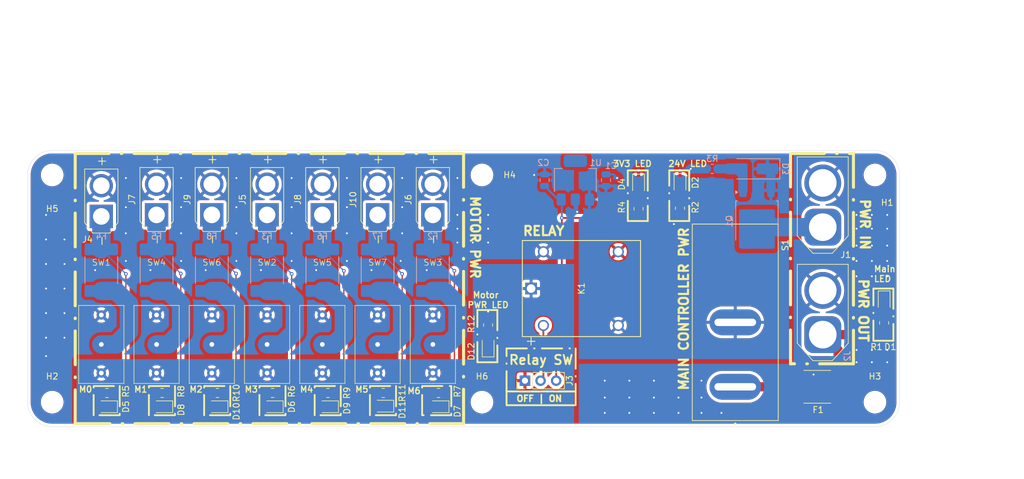
<source format=kicad_pcb>
(kicad_pcb (version 20240108) (generator "pcbnew") (generator_version "8.0")
  (layers (0 "F.Cu" signal) (31 "B.Cu" signal) (34 "B.Paste" user) (35 "F.Paste" user) (36 "B.SilkS" user "B.Silkscreen") (37 "F.SilkS" user "F.Silkscreen") (38 "B.Mask" user) (39 "F.Mask" user) (44 "Edge.Cuts" user))
  (net 0 "")
  (net 1 "Net-(D1-A)")
  (net 2 "GND")
  (net 3 "Net-(D2-A)")
  (net 4 "Net-(D3-A)")
  (net 5 "Net-(D4-A)")
  (net 6 "Net-(D5-A)")
  (net 7 "+24V")
  (net 8 "/24V_MB")
  (net 9 "+3V3")
  (net 10 "Net-(D6-A)")
  (net 11 "Net-(D7-A)")
  (net 12 "Net-(D8-A)")
  (net 13 "Net-(D9-A)")
  (net 14 "Net-(D10-A)")
  (net 15 "Net-(D11-A)")
  (net 16 "Net-(D12-A)")
  (net 17 "Net-(F1-Pad1)")
  (net 18 "Net-(SW3-B)")
  (net 19 "/24V_M6")
  (net 20 "/24V_M3")
  (net 21 "Net-(SW2-B)")
  (net 22 "/24V_M0")
  (net 23 "Net-(SW1-B)")
  (net 24 "/24V_M1")
  (net 25 "Net-(SW4-B)")
  (net 26 "Net-(SW5-B)")
  (net 27 "/24V_M4")
  (net 28 "Net-(SW7-B)")
  (net 29 "/24V_M5")
  (net 30 "Net-(SW6-B)")
  (net 31 "/24V_M2")
  (net 32 "Net-(J1-Pin_1)")
  (net 33 "/Relay_in")
  (net 34 "+24V_M")
  (footprint "MountingHole:MountingHole_3.2mm_M3" (layer "F.Cu") (at 102 41.5)
    (property "Reference" "H4")
    (property "Value" "MountingHole")
  )
  (footprint "LED_SMD:LED_0805_2012Metric" (layer "F.Cu") (at 134.25 42.9375 -90)
    (property "Reference" "D2")
    (property "Value" "LED")
  )
  (footprint "Connector_AMASS:AMASS_XT30U-M_1x02_P5.0mm_Vertical" (layer "F.Cu") (at 49 48 90)
    (property "Reference" "J7")
    (property "Value" "Motor")
  )
  (footprint "Connector_AMASS:AMASS_XT60-M_1x02_P7.20mm_Vertical" (layer "F.Cu") (at 157.5 67.5 90)
    (property "Reference" "J2")
    (property "Value" "PWR MB")
  )
  (footprint "SW_RB141C1100:SW_RB141C1100" (layer "F.Cu") (at 143.25 65.5 -90)
    (property "Reference" "S1")
    (property "Value" "RB141C1100")
  )
  (footprint "MountingHole:MountingHole_3.2mm_M3" (layer "F.Cu") (at 166 41.5)
    (property "Reference" "H1")
    (property "Value" "MountingHole")
  )
  (footprint "LED_SMD:LED_0805_2012Metric" (layer "F.Cu") (at 58.9375 79.25 180)
    (property "Reference" "D10")
    (property "Value" "LED")
  )
  (footprint "Resistor_SMD:R_0805_2012Metric" (layer "F.Cu") (at 67.9125 77 180)
    (property "Reference" "R6")
    (property "Value" "2.5K")
  )
  (footprint "switches:ANT11SECQE" (layer "F.Cu") (at 85 62.75)
    (property "Reference" "SW7")
    (property "Value" "SW_SPDT")
  )
  (footprint "Connector_AMASS:AMASS_XT60-M_1x02_P7.20mm_Vertical" (layer "F.Cu") (at 157.5 50 90)
    (property "Reference" "J1")
    (property "Value" "PWR IN")
  )
  (footprint "Connector_AMASS:AMASS_XT30U-M_1x02_P5.0mm_Vertical" (layer "F.Cu") (at 58 48 90)
    (property "Reference" "J9")
    (property "Value" "Motor")
  )
  (footprint "switches:ANT11SECQE" (layer "F.Cu") (at 94 62.75)
    (property "Reference" "SW3")
    (property "Value" "SW_SPDT")
  )
  (footprint "LED_SMD:LED_0805_2012Metric" (layer "F.Cu") (at 94.9375 79.25 180)
    (property "Reference" "D7")
    (property "Value" "LED")
  )
  (footprint "LED_SMD:LED_0805_2012Metric" (layer "F.Cu") (at 40.9375 79.25 180)
    (property "Reference" "D5")
    (property "Value" "LED")
  )
  (footprint "LED_SMD:LED_0805_2012Metric" (layer "F.Cu") (at 67.9375 79.25 180)
    (property "Reference" "D6")
    (property "Value" "LED")
  )
  (footprint "MountingHole:MountingHole_3.2mm_M3" (layer "F.Cu") (at 166 78.5)
    (property "Reference" "H3")
    (property "Value" "MountingHole")
  )
  (footprint "MountingHole:MountingHole_3.2mm_M3" (layer "F.Cu") (at 32 41.5)
    (property "Reference" "H5")
    (property "Value" "MountingHole")
  )
  (footprint "LED_SMD:LED_0805_2012Metric" (layer "F.Cu") (at 127.5 43.0625 -90)
    (property "Reference" "D4")
    (property "Value" "LED")
  )
  (footprint "LED_SMD:LED_0805_2012Metric" (layer "F.Cu") (at 76.9375 79.25 180)
    (property "Reference" "D9")
    (property "Value" "LED")
  )
  (footprint "switches:ANT11SECQE" (layer "F.Cu") (at 58 62.75)
    (property "Reference" "SW6")
    (property "Value" "SW_SPDT")
  )
  (footprint "MountingHole:MountingHole_3.2mm_M3" (layer "F.Cu") (at 32 78.5)
    (property "Reference" "H2")
    (property "Value" "MountingHole")
  )
  (footprint "MountingHole:MountingHole_3.2mm_M3" (layer "F.Cu") (at 102 78.5)
    (property "Reference" "H6")
    (property "Value" "MountingHole")
  )
  (footprint "Connector_AMASS:AMASS_XT30U-M_1x02_P5.0mm_Vertical" (layer "F.Cu") (at 76 48 90)
    (property "Reference" "J8")
    (property "Value" "Motor")
  )
  (footprint "switches:ANT11SECQE" (layer "F.Cu") (at 49 62.75)
    (property "Reference" "SW4")
    (property "Value" "SW_SPDT")
  )
  (footprint "Connector_AMASS:AMASS_XT30U-M_1x02_P5.0mm_Vertical" (layer "F.Cu") (at 67 48 90)
    (property "Reference" "J5")
    (property "Value" "Motor")
  )
  (footprint "Fuse:Fuse_2920_7451Metric" (layer "F.Cu") (at 156.6125 76)
    (property "Reference" "F1")
    (property "Value" "Fuse")
  )
  (footprint "Resistor_SMD:R_0805_2012Metric" (layer "F.Cu") (at 40.9125 77 180)
    (property "Reference" "R5")
    (property "Value" "2.5K")
  )
  (footprint "Resistor_SMD:R_0805_2012Metric" (layer "F.Cu") (at 167.5 65.5875 90)
    (property "Reference" "R1")
    (property "Value" "2.5K")
  )
  (footprint "Resistor_SMD:R_0805_2012Metric" (layer "F.Cu") (at 103 65.9375 -90)
    (property "Reference" "R12")
    (property "Value" "2.5k")
  )
  (footprint "J1071AS3VDC:RELAY5_J1071A_CRS" (layer "F.Cu") (at 110.000004 60.000001 90)
    (property "Reference" "K1")
    (property "Value" "J1071AS3VDC.36")
  )
  (footprint "Resistor_SMD:R_0805_2012Metric" (layer "F.Cu") (at 49.9125 77 180)
    (property "Reference" "R8")
    (property "Value" "2.5K")
  )
  (footprint "switches:ANT11SECQE" (layer "F.Cu") (at 67 62.75)
    (property "Reference" "SW2")
    (property "Value" "SW_SPDT")
  )
  (footprint "Connector_AMASS:AMASS_XT30U-M_1x02_P5.0mm_Vertical" (layer "F.Cu") (at 94 48 90)
    (property "Reference" "J6")
    (property "Value" "Motor")
  )
  (footprint "Resistor_SMD:R_0805_2012Metric" (layer "F.Cu") (at 127.5 47 90)
    (property "Reference" "R4")
    (property "Value" "300R")
  )
  (footprint "LED_SMD:LED_0805_2012Metric" (layer "F.Cu") (at 167.5 62.0625 -90)
    (property "Reference" "D1")
    (property "Value" "LED")
  )
  (footprint "Resistor_SMD:R_0805_2012Metric" (layer "F.Cu") (at 76.9125 77 180)
    (property "Reference" "R9")
    (property "Value" "2.5K")
  )
  (footprint "Connector_AMASS:AMASS_XT30U-M_1x02_P5.0mm_Vertical" (layer "F.Cu") (at 40 48.25 90)
    (property "Reference" "J4")
    (property "Value" "Motor")
  )
  (footprint "Resistor_SMD:R_0805_2012Metric" (layer "F.Cu") (at 94.9125 77 180)
    (property "Reference" "R7")
    (property "Value" "2.5K")
  )
  (footprint "LED_SMD:LED_0805_2012Metric" (layer "F.Cu") (at 85.9375 79.15 180)
    (property "Reference" "D11")
    (property "Value" "LED")
  )
  (footprint "switches:ANT11SECQE" (layer "F.Cu") (at 76 62.75)
    (property "Reference" "SW5")
    (property "Value" "SW_SPDT")
  )
  (footprint "Connector_AMASS:AMASS_XT30U-M_1x02_P5.0mm_Vertical" (layer "F.Cu") (at 85 48 90)
    (property "Reference" "J10")
    (property "Value" "Motor")
  )
  (footprint "switches:ANT11SECQE" (layer "F.Cu") (at 40 62.75)
    (property "Reference" "SW1")
    (property "Value" "SW_SPDT")
  )
  (footprint "Resistor_SMD:R_0805_2012Metric" (layer "F.Cu") (at 134.25 46.9125 90)
    (property "Reference" "R2")
    (property "Value" "2.5K")
  )
  (footprint "LED_SMD:LED_0805_2012Metric" (layer "F.Cu") (at 103 69.4375 90)
    (property "Reference" "D12")
    (property "Value" "LED")
  )
  (footprint "Connector_PinHeader_2.54mm:PinHeader_1x03_P2.54mm_Vertical" (layer "F.Cu") (at 109 75 90)
    (property "Reference" "J3")
    (property "Value" "Conn_01x03")
  )
  (footprint "LED_SMD:LED_0805_2012Metric" (layer "F.Cu") (at 49.9375 79.25 180)
    (property "Reference" "D8")
    (property "Value" "LED")
  )
  (footprint "Resistor_SMD:R_0805_2012Metric" (layer "F.Cu") (at 58.9125 77 180)
    (property "Reference" "R10")
    (property "Value" "2.5K")
  )
  (footprint "Resistor_SMD:R_0805_2012Metric" (layer "F.Cu") (at 85.9125 77 180)
    (property "Reference" "R11")
    (property "Value" "2.5K")
  )
  (footprint "Fuse:Fuse_2920_7451Metric" (layer "B.Cu") (at 67 57 90)
    (property "Reference" "F3")
    (property "Value" "Fuse")
  )
  (footprint "Capacitor_SMD:C_0805_2012Metric" (layer "B.Cu") (at 112.2 42.35 90)
    (property "Reference" "C2")
    (property "Value" "10uF")
  )
  (footprint "Fuse:Fuse_2920_7451Metric" (layer "B.Cu") (at 94 57 90)
    (property "Reference" "F2")
    (property "Value" "Fuse")
  )
  (footprint "Fuse:Fuse_2920_7451Metric" (layer "B.Cu") (at 40 57 90)
    (property "Reference" "F4")
    (property "Value" "Fuse")
  )
  (footprint "Fuse:Fuse_2920_7451Metric" (layer "B.Cu") (at 49 57 90)
    (property "Reference" "F5")
    (property "Value" "Fuse")
  )
  (footprint "Package_TO_SOT_SMD:SOT-223" (layer "B.Cu") (at 117.2 42.35 90)
    (property "Reference" "U1")
    (property "Value" "uA78M33")
  )
  (footprint "Fuse:Fuse_2920_7451Metric" (layer "B.Cu") (at 58 57 90)
    (property "Reference" "F8")
    (property "Value" "Fuse")
  )
  (footprint "Resistor_SMD:R_0805_2012Metric" (layer "B.Cu") (at 139.5 40.5 180)
    (property "Reference" "R3")
    (property "Value" "100K")
  )
  (footprint "Diode_SMD:D_SMA_Handsoldering" (layer "B.Cu") (at 146 40.5 180)
    (property "Reference" "D3")
    (property "Value" "D")
  )
  (footprint "Package_TO_SOT_SMD:TO-252-2" (layer "B.Cu") (at 146.78 49.04 -90)
    (property "Reference" "Q1")
    (property "Value" "SUD08P06-155L")
  )
  (footprint "Fuse:Fuse_2920_7451Metric" (layer "B.Cu") (at 76 57 90)
    (property "Reference" "F6")
    (property "Value" "Fuse")
  )
  (footprint "Capacitor_SMD:C_0805_2012Metric" (layer "B.Cu") (at 122.2 42.35 90)
    (property "Reference" "C1")
    (property "Value" "10uF")
  )
  (footprint "Fuse:Fuse_2920_7451Metric" (layer "B.Cu") (at 85 57 90)
    (property "Reference" "F7")
    (property "Value" "Fuse")
  )
  (gr_rect (start 101.25 63.5) (end 104.5 72) (stroke (width 0.3) (type dash_dot)) (fill none) (layer "F.SilkS"))
  (gr_rect (start 56.75 75.875) (end 61 80.625) (stroke (width 0.3) (type dash_dot)) (fill none) (layer "F.SilkS"))
  (gr_rect (start 125.75 40.75) (end 129 49) (stroke (width 0.3) (type dash_dot)) (fill none) (layer "F.SilkS"))
  (gr_rect (start 132.5 40.75) (end 135.75 49) (stroke (width 0.3) (type dash_dot)) (fill none) (layer "F.SilkS"))
  (gr_rect (start 152.25 38) (end 162.5 72.25) (stroke (width 0.5) (type dash_dot)) (fill none) (layer "F.SilkS"))
  (gr_rect (start 106 69.75) (end 117.25 76.75) (stroke (width 0.3) (type dash_dot)) (fill none) (layer "F.SilkS"))
  (gr_rect (start 35.75 38) (end 99 82) (stroke (width 0.5) (type dash_dot)) (fill none) (layer "F.SilkS"))
  (gr_rect (start 47.75 75.875) (end 52 80.625) (stroke (width 0.3) (type dash_dot)) (fill none) (layer "F.SilkS"))
  (gr_rect (start 65.75 75.875) (end 70 80.625) (stroke (width 0.3) (type dash_dot)) (fill none) (layer "F.SilkS"))
  (gr_rect (start 74.75 75.875) (end 79 80.625) (stroke (width 0.3) (type dash_dot)) (fill none) (layer "F.SilkS"))
  (gr_rect (start 83.75 75.875) (end 88 80.625) (stroke (width 0.3) (type dash_dot)) (fill none) (layer "F.SilkS"))
  (gr_rect (start 106 76.75) (end 117.25 79) (stroke (width 0.3)) (fill none) (layer "F.SilkS"))
  (gr_rect (start 38.75 75.875) (end 43 80.625) (stroke (width 0.3) (type dash_dot)) (fill none) (layer "F.SilkS"))
  (gr_rect (start 165.75 60) (end 169 68.5) (stroke (width 0.3) (type dash_dot)) (fill none) (layer "F.SilkS"))
  (gr_rect (start 92.25 75.875) (end 97 80.625) (stroke (width 0.3) (type dash_dot)) (fill none) (layer "F.SilkS"))
  (gr_arc (start 32 82.5) (mid 29.171573 81.328427) (end 28 78.5) (stroke (width 0.05)) (layer "Edge.Cuts"))
  (gr_arc (start 166 37.5) (mid 168.828427 38.671573) (end 170 41.5) (stroke (width 0.05)) (layer "Edge.Cuts"))
  (gr_line (start 28 41.5) (end 28 78.5) (stroke (width 0.05)) (layer "Edge.Cuts"))
  (gr_line (start 170 78.5) (end 170 41.5) (stroke (width 0.05)) (layer "Edge.Cuts"))
  (gr_arc (start 170 78.5) (mid 168.828427 81.328427) (end 166 82.5) (stroke (width 0.05)) (layer "Edge.Cuts"))
  (gr_line (start 166 37.5) (end 32 37.5) (stroke (width 0.05)) (layer "Edge.Cuts"))
  (gr_arc (start 28 41.5) (mid 29.171573 38.671573) (end 32 37.5) (stroke (width 0.05)) (layer "Edge.Cuts"))
  (gr_line (start 32 82.5) (end 166 82.5) (stroke (width 0.05)) (layer "Edge.Cuts"))
  (gr_text "M5" (at 81.25 77 0) (layer "F.SilkS") (effects (font (size 1 1) (thickness 0.2) (bold yes)) (justify left bottom)))
  (gr_text "M3" (at 63.25 77 0) (layer "F.SilkS") (effects (font (size 1 1) (thickness 0.2) (bold yes)) (justify left bottom)))
  (gr_text "MOTOR PWR" (at 100 44.75 270) (layer "F.SilkS") (effects (font (size 1.5 1.5) (thickness 0.35) (bold yes)) (justify left bottom)))
  (gr_text "24V LED" (at 132.25 40.25 0) (layer "F.SilkS") (effects (font (size 1 1) (thickness 0.2) (bold yes)) (justify left bottom)))
  (gr_text "Main \nLED" (at 165.75 59 0) (layer "F.SilkS") (effects (font (size 1 1) (thickness 0.2) (bold yes)) (justify left bottom)))
  (gr_text "M1" (at 45.25 77 0) (layer "F.SilkS") (effects (font (size 1 1) (thickness 0.2) (bold yes)) (justify left bottom)))
  (gr_text "3V3 LED" (at 123.25 40.25 0) (layer "F.SilkS") (effects (font (size 1 1) (thickness 0.2) (bold yes)) (justify left bottom)))
  (gr_text "OFF | ON" (at 107.5 78.5 0) (layer "F.SilkS") (effects (font (size 1 1) (thickness 0.25) (bold yes)) (justify left bottom)))
  (gr_text "MAIN CONTROLLER PWR" (at 135.75 76.75 90) (layer "F.SilkS") (effects (font (size 1.5 1.5) (thickness 0.35) (bold yes)) (justify left bottom)))
  (gr_text "M6" (at 89.75 77.25 0) (layer "F.SilkS") (effects (font (size 1 1) (thickness 0.2) (bold yes)) (justify left bottom)))
  (gr_text "M4" (at 72.25 77 0) (layer "F.SilkS") (effects (font (size 1 1) (thickness 0.2) (bold yes)) (justify left bottom)))
  (gr_text "PWR IN\n" (at 163.5 45.25 -90) (layer "F.SilkS") (effects (font (size 1.5 1.5) (thickness 0.375) (bold yes)) (justify left bottom)))
  (gr_text "Motor \nPWR LED" (at 103 63.25 0) (layer "F.SilkS") (effects (font (size 1 1) (thickness 0.2) (bold yes)) (justify bottom)))
  (gr_text "RELAY" (at 108.5 51.5 0) (layer "F.SilkS") (effects (font (size 1.5 1.5) (thickness 0.35) (bold yes)) (justify left bottom)))
  (gr_text "M0" (at 36.25 77 0) (layer "F.SilkS") (effects (font (size 1 1) (thickness 0.2) (bold yes)) (justify left bottom)))
  (gr_text "PWR OUT\n" (at 163.25 58.25 270) (layer "F.SilkS") (effects (font (size 1.5 1.5) (thickness 0.375) (bold yes)) (justify left bottom)))
  (gr_text "Relay SW" (at 106.25 72.5 0) (layer "F.SilkS") (effects (font (size 1.5 1.5) (thickness 0.3) (bold yes)) (justify left bottom)))
  (gr_text "M2" (at 54.25 77 0) (layer "F.SilkS") (effects (font (size 1 1) (thickness 0.2) (bold yes)) (justify left bottom)))
  (segment (start 167.5 63) (end 167.5 64.675) (width 0.3) (layer "F.Cu") (net 1))
  (segment (start 127.5 40.75) (end 127.5 42.125) (width 0.3) (layer "F.Cu") (net 2))
  (segment (start 134.25 42) (end 134.25 40.75) (width 0.3) (layer "F.Cu") (net 2))
  (via (at 103 48) (size 0.6) (drill 0.3) (layers "F.Cu" "B.Cu") (net 2))
  (via (at 103 52.5) (size 0.6) (drill 0.3) (layers "F.Cu" "B.Cu") (net 2))
  (via (at 31 56) (size 0.6) (drill 0.3) (layers "F.Cu" "B.Cu") (net 2))
  (via (at 53 46.75) (size 0.6) (drill 0.3) (layers "F.Cu" "B.Cu") (net 2))
  (via (at 137.75 77.75) (size 0.6) (drill 0.3) (layers "F.Cu" "B.Cu") (net 2))
  (via (at 163 55.5) (size 0.6) (drill 0.3) (layers "F.Cu" "B.Cu") (net 2))
  (via (at 75 57) (size 0.6) (drill 0.3) (layers "F.Cu" "B.Cu") (net 2))
  (via (at 163 58) (size 0.6) (drill 0.3) (layers "F.Cu" "B.Cu") (net 2))
  (via (at 98 42) (size 0.6) (drill 0.3) (layers "F.Cu" "B.Cu") (net 2))
  (via (at 165.5 53) (size 0.6) (drill 0.3) (layers "F.Cu" "B.Cu") (net 2))
  (via (at 34 64) (size 0.6) (drill 0.3) (layers "F.Cu" "B.Cu") (net 2))
  (via (at 44 55.5) (size 0.6) (drill 0.3) (layers "F.Cu" "B.Cu") (net 2))
  (via (at 130 77.75) (size 0.6) (drill 0.3) (layers "F.Cu" "B.Cu") (net 2))
  (via (at 103 50.25) (size 0.6) (drill 0.3) (layers "F.Cu" "B.Cu") (net 2))
  (via (at 98 48) (size 0.6) (drill 0.3) (layers "F.Cu" "B.Cu") (net 2))
  (via (at 34 52) (size 0.6) (drill 0.3) (layers "F.Cu" "B.Cu") (net 2))
  (via (at 39 57) (size 0.6) (drill 0.3) (layers "F.Cu" "B.Cu") (net 2))
  (via (at 44 42) (size 0.6) (drill 0.3) (layers "F.Cu" "B.Cu") (net 2))
  (via (at 134.25 40.75) (size 0.6) (drill 0.3) (layers "F.Cu" "B.Cu") (net 2))
  (via (at 168 48) (size 0.6) (drill 0.3) (layers "F.Cu" "B.Cu") (net 2))
  (via (at 100.5 48) (size 0.6) (drill 0.3) (layers "F.Cu" "B.Cu") (net 2))
  (via (at 44 46.75) (size 0.6) (drill 0.3) (layers "F.Cu" "B.Cu") (net 2))
  (via (at 165.5 55.5) (size 0.6) (drill 0.3) (layers "F.Cu" "B.Cu") (net 2))
  (via (at 122 77.75) (size 0.6) (drill 0.3) (layers "F.Cu" "B.Cu") (net 2))
  (via (at 163 48) (size 0.6) (drill 0.3) (layers "F.Cu" "B.Cu") (net 2))
  (via (at 141 80.25) (size 0.6) (drill 0.3) (layers "F.Cu" "B.Cu") (net 2))
  (via (at 126 75) (size 0.6) (drill 0.3) (layers "F.Cu" "B.Cu") (net 2))
  (via (at 168 55.5) (size 0.6) (drill 0.3) (layers "F.Cu" "B.Cu") (net 2))
  (via (at 100.5 50.25) (size 0.6) (drill 0.3) (layers "F.Cu" "B.Cu") (net 2))
  (via (at 62 42) (size 0.6) (drill 0.3) (layers "F.Cu" "B.Cu") (net 2))
  (via (at 62 46.75) (size 0.6) (drill 0.3) (layers "F.Cu" "B.Cu") (net 2))
  (via (at 137.75 75) (size 0.6) (drill 0.3) (layers "F.Cu" "B.Cu") (net 2))
  (via (at 122 80.25) (size 0.6) (drill 0.3) (layers "F.Cu" "B.Cu") (net 2))
  (via (at 31 68) (size 0.6) (drill 0.3) (layers "F.Cu" "B.Cu") (net 2))
  (via (at 124 42) (size 0.6) (drill 0.3) (layers "F.Cu" "B.Cu") (net 2))
  (via (at 100.5 52.5) (size 0.6) (drill 0.3) (layers "F.Cu" "B.Cu") (net 2))
  (via (at 126 80.25) (size 0.6) (drill 0.3) (layers "F.Cu" "B.Cu") (net 2))
  (via (at 66 57) (size 0.6) (drill 0.3) (layers "F.Cu" "B.Cu") (net 2))
  (via (at 48 57) (size 0.6) (drill 0.3) (layers "F.Cu" "B.Cu") (net 2))
  (via (at 31 64) (size 0.6) (drill 0.3) (layers "F.Cu" "B.Cu") (net 2))
  (via (at 163 70) (size 0.6) (drill 0.3) (layers "F.Cu" "B.Cu") (net 2))
  (via (at 127.5 40.75) (size 0.6) (drill 0.3) (layers "F.Cu" "B.Cu") (net 2))
  (via (at 165.5 58) (size 0.6) (drill 0.3) (layers "F.Cu" "B.Cu") (net 2))
  (via (at 136 40.5) (size 0.6) (drill 0.3) (layers "F.Cu" "B.Cu") (net 2))
  (via (at 53 51) (size 0.6) (drill 0.3) (layers "F.Cu" "B.Cu") (net 2))
  (via (at 71 42) (size 0.6) (drill 0.3) (layers "F.Cu" "B.Cu") (net 2))
  (via (at 71 51) (size 0.6) (drill 0.3) (layers "F.Cu" "B.Cu") (net 2))
  (via (at 165.5 50.25) (size 0.6) (drill 0.3) (layers "F.Cu" "B.Cu") (net 2))
  (via (at 71 46.75) (size 0.6) (drill 0.3) (layers "F.Cu" "B.Cu") (net 2))
  (via (at 168 50.25) (size 0.6) (drill 0.3) (layers "F.Cu" "B.Cu") (net 2))
  (via (at 163 72) (size 0.6) (drill 0.3) (layers "F.Cu" "B.Cu") (net 2))
  (via (at 117.5 47.5) (size 0.6) (drill 0.3) (layers "F.Cu" "B.Cu") (net 2))
  (via (at 34 68) (size 0.6) (drill 0.3) (layers "F.Cu" "B.Cu") (net 2))
  (via (at 122 75) (size 0.6) (drill 0.3) (layers "F.Cu" "B.Cu") (net 2))
  (via (at 168 53) (size 0.6) (drill 0.3) (layers "F.Cu" "B.Cu") (net 2))
  (via (at 98 50.25) (size 0.6) (drill 0.3) (layers "F.Cu" "B.Cu") (net 2))
  (via (at 80 46.75) (size 0.6) (drill 0.3) (layers "F.Cu" "B.Cu") (net 2))
  (via (at 53 55.5) (size 0.6) (drill 0.3) (layers "F.Cu" "B.Cu") (net 2))
  (via (at 44 51) (size 0.6) (drill 0.3) (layers "F.Cu" "B.Cu") (net 2))
  (via (at 31 48) (size 0.6) (drill 0.3) (layers "F.Cu" "B.Cu") (net 2))
  (via (at 110.5 41.5) (size 0.6) (drill 0.3) (layers "F.Cu" "B.Cu") (net 2))
  (via (at 163 50.25) (size 0.6) (drill 0.3) (layers "F.Cu" "B.Cu") (net 2))
  (via (at 134 80.25) (size 0.6) (drill 0.3) (layers "F.Cu" "B.Cu") (net 2))
  (via (at 165.5 70) (size 0.6) (drill 0.3) (layers "F.Cu" "B.Cu") (net 2))
  (via (at 134 77.75) (size 0.6) (drill 0.3) (layers "F.Cu" "B.Cu") (net 2))
  (via (at 137.75 80.25) (size 0.6) (drill 0.3) (layers "F.Cu" "B.Cu") (net 2))
  (via (at 84 57) (size 0.6) (drill 0.3) (layers "F.Cu" "B.Cu") (net 2))
  (via (at 168 58) (size 0.6) (drill 0.3) (layers "F.Cu" "B.Cu") (net 2))
  (via (at 62 55.5) (size 0.6) (drill 0.3) (layers "F.Cu" "B.Cu") (net 2))
  (via (at 130 80.25) (size 0.6) (drill 0.3) (layers "F.Cu" "B.Cu") (net 2))
  (via (at 57 57) (size 0.6) (drill 0.3) (layers "F.Cu" "B.Cu") (net 2))
  (via (at 62 51) (size 0.6) (drill 0.3) (layers "F.Cu" "B.Cu") (net 2))
  (via (at 126 77.75) (size 0.6) (drill 0.3) (layers "F.Cu" "B.Cu") (net 2))
  (via (at 31 52) (size 0.6) (drill 0.3) (layers "F.Cu" "B.Cu") (net 2))
  (via (at 134 75) (size 0.6) (drill 0.3) (layers "F.Cu" "B.Cu") (net 2))
  (via (at 156 74) (size 0.6) (drill 0.3) (layers "F.Cu" "B.Cu") (net 2))
  (via (at 168 72) (size 0.6) (drill 0.3) (layers "F.Cu" "B.Cu") (net 2))
  (via (at 89 46.75) (size 0.6) (drill 0.3) (layers "F.Cu" "B.Cu") (net 2))
  (via (at 31 60) (size 0.6) (drill 0.3) (layers "F.Cu" "B.Cu") (net 2))
  (via (at 168 70) (size 0.6) (drill 0.3) (layers "F.Cu" "B.Cu") (net 2))
  (via (at 89 42) (size 0.6) (drill 0.3) (layers "F.Cu" "B.Cu") (net 2))
  (via (at 80 51) (size 0.6) (drill 0.3) (layers "F.Cu" "B.Cu") (net 2))
  (via (at 34 56) (size 0.6) (drill 0.3) (layers "F.Cu" "B.Cu") (net 2))
  (via (at 163 53) (size 0.6) (drill 0.3) (layers "F.Cu" "B.Cu") (net 2))
  (via (at 93 57) (size 0.6) (drill 0.3) (layers "F.Cu" "B.Cu") (net 2))
  (via (at 165.5 48) (size 0.6) (drill 0.3) (layers "F.Cu" "B.Cu") (net 2))
  (via (at 80 55.5) (size 0.6) (drill 0.3) (layers "F.Cu" "B.Cu") (net 2))
  (via (at 165.5 72) (size 0.6) (drill 0.3) (layers "F.Cu" "B.Cu") (net 2))
  (via (at 88.75 55.5) (size 0.6) (drill 0.3) (layers "F.Cu" "B.Cu") (net 2))
  (via (at 98 52.5) (size 0.6) (drill 0.3) (layers "F.Cu" "B.Cu") (net 2))
  (via (at 34 60) (size 0.6) (drill 0.3) (layers "F.Cu" "B.Cu") (net 2))
  (via (at 89 51) (size 0.6) (drill 0.3) (layers "F.Cu" "B.Cu") (net 2))
  (via (at 71 55.5) (size 0.6) (drill 0.3) (layers "F.Cu" "B.Cu") (net 2))
  (via (at 31 71) (size 0.6) (drill 0.3) (layers "F.Cu" "B.Cu") (net 2))
  (via (at 130 75) (size 0.6) (drill 0.3) (layers "F.Cu" "B.Cu") (net 2))
  (via (at 80 42) (size 0.6) (drill 0.3) (layers "F.Cu" "B.Cu") (net 2))
  (via (at 53 42) (size 0.6) (drill 0.3) (layers "F.Cu" "B.Cu") (net 2))
  (segment (start 117.5 47.5) (end 117.5 45.8) (width 0.3) (layer "B.Cu") (net 2))
  (segment (start 117.5 45.8) (end 117.2 45.5) (width 0.3) (layer "B.Cu") (net 2))
  (segment (start 138.5875 40.5) (end 136 40.5) (width 1.5) (layer "B.Cu") (net 2))
  (segment (start 122.2 41.4) (end 123.4 41.4) (width 0.3) (layer "B.Cu") (net 2))
  (segment (start 110.6 41.4) (end 110.5 41.5) (width 0.3) (layer "B.Cu") (net 2))
  (segment (start 112.2 41.4) (end 110.6 41.4) (width 0.3) (layer "B.Cu") (net 2))
  (segment (start 123.4 41.4) (end 124 42) (width 0.3) (layer "B.Cu") (net 2))
  (segment (start 134.25 43.875) (end 134.25 46) (width 0.3) (layer "F.Cu") (net 3))
  (segment (start 143.5 40.5) (end 140.4125 40.5) (width 1.5) (layer "B.Cu") (net 4))
  (segment (start 144.5 41.5) (end 143.5 40.5) (width 1.5) (layer "B.Cu") (net 4))
  (segment (start 144.5 44) (end 144.5 41.5) (width 1.5) (layer "B.Cu") (net 4))
  (segment (start 127.5 46.0875) (end 127.5 44) (width 0.3) (layer "F.Cu") (net 5))
  (segment (start 40 79.25) (end 40 77) (width 0.3) (layer "F.Cu") (net 6))
  (segment (start 134.25 48.5) (end 134.25 47.825) (width 0.3) (layer "F.Cu") (net 7))
  (segment (start 133.25 49.5) (end 134.25 48.5) (width 0.3) (layer "F.Cu") (net 7))
  (via (at 133.25 49.5) (size 0.6) (drill 0.3) (layers "F.Cu" "B.Cu") (net 7))
  (segment (start 149.06 41.06) (end 148.5 40.5) (width 1.5) (layer "B.Cu") (net 7))
  (segment (start 149.06 44) (end 149.06 41.06) (width 1.5) (layer "B.Cu") (net 7))
  (segment (start 167.5 66.5) (end 166.5 67.5) (width 1.5) (layer "F.Cu") (net 8))
  (segment (start 166.5 67.5) (end 157.5 67.5) (width 1.5) (layer "F.Cu") (net 8))
  (segment (start 160 76) (end 160 70) (width 1.5) (layer "F.Cu") (net 8))
  (segment (start 160 70) (end 157.5 67.5) (width 1.5) (layer "F.Cu") (net 8))
  (segment (start 115 48.5) (end 126.9125 48.5) (width 0.3) (layer "F.Cu") (net 9))
  (segment (start 114.08 73.08) (end 114.08 75) (width 0.3) (layer "F.Cu") (net 9))
  (segment (start 115 48.5) (end 115 72.16) (width 0.3) (layer "F.Cu") (net 9))
  (segment (start 126.9125 48.5) (end 127.5 47.9125) (width 0.3) (layer "F.Cu") (net 9))
  (segment (start 115 72.16) (end 114.08 73.08) (width 0.3) (layer "F.Cu") (net 9))
  (via (at 115 48.5) (size 0.6) (drill 0.3) (layers "F.Cu" "B.Cu") (net 9))
  (segment (start 114.9 45.5) (end 114.4 45.5) (width 0.3) (layer "B.Cu") (net 9))
  (segment (start 115 45.6) (end 114.9 45.5) (width 0.3) (layer "B.Cu") (net 9))
  (segment (start 115 48.5) (end 115 45.6) (width 0.3) (layer "B.Cu") (net 9))
  (segment (start 114.4 45.5) (end 112.2 43.3) (width 0.3) (layer "B.Cu") (net 9))
  (segment (start 67 79.25) (end 67 77) (width 0.3) (layer "F.Cu") (net 10))
  (segment (start 94 77) (end 94 79.25) (width 0.3) (layer "F.Cu") (net 11))
  (segment (start 49 79.25) (end 49 77) (width 0.3) (layer "F.Cu") (net 12))
  (segment (start 76 79.25) (end 76 77) (width 0.2) (layer "F.Cu") (net 13))
  (segment (start 58 79.25) (end 58 77) (width 0.3) (layer "F.Cu") (net 14))
  (segment (start 85 79.15) (end 85 77) (width 0.3) (layer "F.Cu") (net 15))
  (segment (start 103 66.85) (end 103 68.5) (width 0.2) (layer "F.Cu") (net 16))
  (segment (start 153.225 76) (end 143.25 76) (width 1.5) (layer "F.Cu") (net 17))
  (segment (start 98 67.5) (end 96.4 69.1) (width 3) (layer "B.Cu") (net 18))
  (segment (start 94 60.3875) (end 95.8875 60.3875) (width 3) (layer "B.Cu") (net 18))
  (segment (start 98 62.5) (end 98 67.5) (width 3) (layer "B.Cu") (net 18))
  (segment (start 96.4 69.1) (end 94 69.1) (width 3) (layer "B.Cu") (net 18))
  (segment (start 95.8875 60.3875) (end 98 62.5) (width 3) (layer "B.Cu") (net 18))
  (segment (start 96 77) (end 97.5 75.5) (width 0.2) (layer "F.Cu") (net 19))
  (segment (start 95.825 77) (end 96 77) (width 0.2) (layer "F.Cu") (net 19))
  (segment (start 97.5 75.5) (end 97.5 57.1125) (width 0.2) (layer "F.Cu") (net 19))
  (via (at 97.5 57.1125) (size 0.6) (drill 0.3) (layers "F.Cu" "B.Cu") (net 19))
  (segment (start 94 48) (end 94 53.6125) (width 3) (layer "B.Cu") (net 19))
  (segment (start 97.5 57.1125) (end 94 53.6125) (width 0.2) (layer "B.Cu") (net 19))
  (segment (start 69 77) (end 71 75) (width 0.2) (layer "F.Cu") (net 20))
  (segment (start 71 75) (end 71 57.6125) (width 0.2) (layer "F.Cu") (net 20))
  (segment (start 68.825 77) (end 69 77) (width 0.2) (layer "F.Cu") (net 20))
  (via (at 71 57.6125) (size 0.6) (drill 0.3) (layers "F.Cu" "B.Cu") (net 20))
  (segment (start 71 57.6125) (end 67 53.6125) (width 0.2) (layer "B.Cu") (net 20))
  (segment (start 67 48) (end 67 53.6125) (width 3) (layer "B.Cu") (net 20))
  (segment (start 67 60.3875) (end 69.8875 60.3875) (width 3) (layer "B.Cu") (net 21))
  (segment (start 69.4 69.1) (end 67 69.1) (width 3) (layer "B.Cu") (net 21))
  (segment (start 71.5 67) (end 69.4 69.1) (width 3) (layer "B.Cu") (net 21))
  (segment (start 71.5 62) (end 71.5 67) (width 3) (layer "B.Cu") (net 21))
  (segment (start 69.8875 60.3875) (end 71.5 62) (width 3) (layer "B.Cu") (net 21))
  (segment (start 44 75) (end 44 57.6125) (width 0.2) (layer "F.Cu") (net 22))
  (segment (start 41.825 77) (end 42 77) (width 0.2) (layer "F.Cu") (net 22))
  (segment (start 42 77) (end 44 75) (width 0.2) (layer "F.Cu") (net 22))
  (via (at 44 57.6125) (size 0.6) (drill 0.3) (layers "F.Cu" "B.Cu") (net 22))
  (segment (start 40 48.25) (end 40 53.6125) (width 3) (layer "B.Cu") (net 22))
  (segment (start 44 57.6125) (end 40 53.6125) (width 0.2) (layer "B.Cu") (net 22))
  (segment (start 40 69.1) (end 42.4 69.1) (width 3) (layer "B.Cu") (net 23))
  (segment (start 42.4 69.1) (end 44.5 67) (width 3) (layer "B.Cu") (net 23))
  (segment (start 44.5 67) (end 44.5 62.5) (width 3) (layer "B.Cu") (net 23))
  (segment (start 44.5 62.5) (end 42.3875 60.3875) (width 3) (layer "B.Cu") (net 23))
  (segment (start 42.3875 60.3875) (end 40 60.3875) (width 3) (layer "B.Cu") (net 23))
  (segment (start 52.94375 75.05625) (end 52.94375 57.55625) (width 0.2) (layer "F.Cu") (net 24))
  (segment (start 50.825 77) (end 51 77) (width 0.2) (layer "F.Cu") (net 24))
  (segment (start 51 77) (end 52.94375 75.05625) (width 0.2) (layer "F.Cu") (net 24))
  (via (at 52.94375 57.55625) (size 0.6) (drill 0.3) (layers "F.Cu" "B.Cu") (net 24))
  (segment (start 52.94375 57.55625) (end 49 53.6125) (width 0.2) (layer "B.Cu") (net 24))
  (segment (start 49 48) (end 49 53.6125) (width 3) (layer "B.Cu") (net 24))
  (segment (start 50.8875 60.3875) (end 53 62.5) (width 3) (layer "B.Cu") (net 25))
  (segment (start 53 67) (end 50.9 69.1) (width 3) (layer "B.Cu") (net 25))
  (segment (start 50.9 69.1) (end 49 69.1) (width 3) (layer "B.Cu") (net 25))
  (segment (start 49 60.3875) (end 50.8875 60.3875) (width 3) (layer "B.Cu") (net 25))
  (segment (start 53 62.5) (end 53 67) (width 3) (layer "B.Cu") (net 25))
  (segment (start 76 60.3875) (end 76.8875 60.3875) (width 3) (layer "B.Cu") (net 26))
  (segment (start 79.5 63) (end 79.5 67.5) (width 3) (layer "B.Cu") (net 26))
  (segment (start 76.8875 60.3875) (end 79.5 63) (width 3) (layer "B.Cu") (net 26))
  (segment (start 79.5 67.5) (end 77.9 69.1) (width 3) (layer "B.Cu") (net 26))
  (segment (start 77.9 69.1) (end 76 69.1) (width 3) (layer "B.Cu") (net 26))
  (segment (start 77.825 77) (end 78 77) (width 0.2) (layer "F.Cu") (net 27))
  (segment (start 78 77) (end 79.5 75.5) (width 0.2) (layer "F.Cu") (net 27))
  (segment (start 79.5 75.5) (end 79.5 57.1125) (width 0.2) (layer "F.Cu") (net 27))
  (via (at 79.5 57.1125) (size 0.6) (drill 0.3) (layers "F.Cu" "B.Cu") (net 27))
  (segment (start 79.5 57.1125) (end 76 53.6125) (width 0.2) (layer "B.Cu") (net 27))
  (segment (start 76 48) (end 76 53.6125) (width 3) (layer "B.Cu") (net 27))
  (segment (start 85 60.3875) (end 86.8875 60.3875) (width 3) (layer "B.Cu") (net 28))
  (segment (start 89 62.5) (end 89 67.5) (width 3) (layer "B.Cu") (net 28))
  (segment (start 89 67.5) (end 87.4 69.1) (width 3) (layer "B.Cu") (net 28))
  (segment (start 86.8875 60.3875) (end 89 62.5) (width 3) (layer "B.Cu") (net 28))
  (segment (start 87.4 69.1) (end 85 69.1) (width 3) (layer "B.Cu") (net 28))
  (segment (start 89 75.5) (end 89 57.6125) (width 0.2) (layer "F.Cu") (net 29))
  (segment (start 87.5 77) (end 89 75.5) (width 0.2) (layer "F.Cu") (net 29))
  (segment (start 86.825 77) (end 87.5 77) (width 0.2) (layer "F.Cu") (net 29))
  (via (at 89 57.6125) (size 0.6) (drill 0.3) (layers "F.Cu" "B.Cu") (net 29))
  (segment (start 89 57.6125) (end 85 53.6125) (width 0.2) (layer "B.Cu") (net 29))
  (segment (start 85 48) (end 85 53.6125) (width 3) (layer "B.Cu") (net 29))
  (segment (start 58 60.3875) (end 59.3875 60.3875) (width 3) (layer "B.Cu") (net 30))
  (segment (start 60.4 69.1) (end 58 69.1) (width 3) (layer "B.Cu") (net 30))
  (segment (start 59.3875 60.3875) (end 62 63) (width 3) (layer "B.Cu") (net 30))
  (segment (start 62 67.5) (end 60.4 69.1) (width 3) (layer "B.Cu") (net 30))
  (segment (start 62 63) (end 62 67.5) (width 3) (layer "B.Cu") (net 30))
  (segment (start 59.825 77) (end 60 77) (width 0.2) (layer "F.Cu") (net 31))
  (segment (start 60 77) (end 61.94375 75.05625) (width 0.2) (layer "F.Cu") (net 31))
  (segment (start 61.94375 75.05625) (end 61.94375 57.55625) (width 0.2) (layer "F.Cu") (net 31))
  (via (at 61.94375 57.55625) (size 0.6) (drill 0.3) (layers "F.Cu" "B.Cu") (net 31))
  (segment (start 58 48) (end 58 53.6125) (width 3) (layer "B.Cu") (net 31))
  (segment (start 61.94375 57.55625) (end 58 53.6125) (width 0.2) (layer "B.Cu") (net 31))
  (segment (start 157.5 50) (end 147.08 50) (width 3) (layer "B.Cu") (net 32))
  (segment (start 147.08 50) (end 146.78 50.3) (width 3) (layer "B.Cu") (net 32))
  (segment (start 112 74.54) (end 111.54 75) (width 0.3) (layer "F.Cu") (net 33))
  (segment (start 112 66) (end 112 74.54) (width 0.3) (layer "F.Cu") (net 33))
  (segment (start 103 65.025) (end 103 63.75) (width 0.2) (layer "F.Cu") (net 34))
  (via (at 103 63.75) (size 0.6) (drill 0.3) (layers "F.Cu" "B.Cu") (net 34))
  (zone (net 2) (net_name "GND") (layers "F&B.Cu") (priority 1) (connect_pads (clearance 0.5)) (min_thickness 0.25) (fill yes (thermal_gap 0.5) (thermal_bridge_width 0.5))
    (polygon (pts (xy 23.5 25) (xy 184.5 25) (xy 184.5 91) (xy 23.5 91)))
  )
  (zone (net 7) (net_name "+24V") (layer "B.Cu") (priority 2) (connect_pads (clearance 0.75)) (min_thickness 0.25) (fill yes (thermal_gap 0.5) (thermal_bridge_width 0.5))
    (polygon (pts (xy 152 34.5) (xy 152 71.5) (xy 152 71.5) (xy 117.75 71.5) (xy 117.75 55.25) (xy 106 55.25) (xy 117.75 55.25) (xy 117.75 34.5)))
  )
  (zone (net 34) (net_name "+24V_M") (layer "B.Cu") (priority 2) (connect_pads (clearance 0.75)) (min_thickness 0.25) (fill yes (thermal_gap 0.5) (thermal_bridge_width 0.5))
    (polygon (pts (xy 117 56) (xy 117 87) (xy 97 87) (xy 51 87) (xy 36 87) (xy 36 71.5) (xy 100.5 71.5) (xy 100.5 56)))
  )
)
</source>
